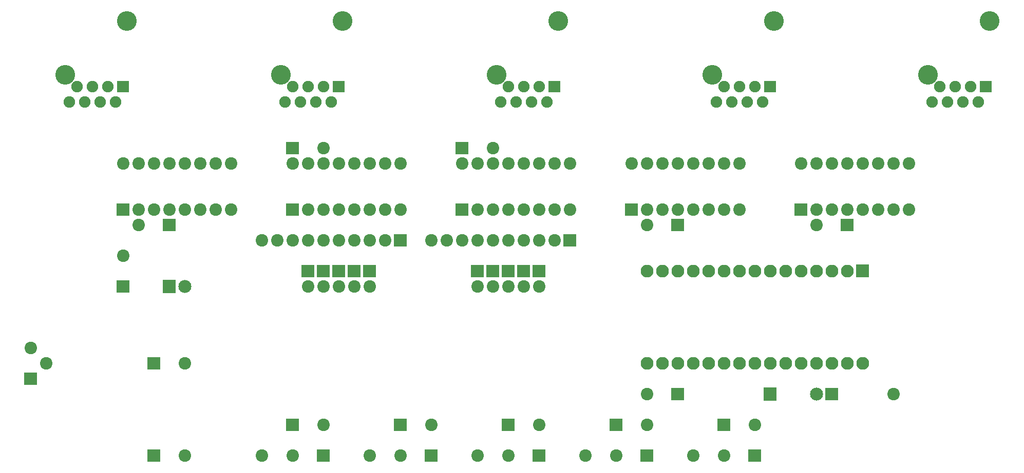
<source format=gbr>
G04 start of page 8 for group -4062 idx -4062 *
G04 Title: controller, soldermask *
G04 Creator: pcb 20140316 *
G04 CreationDate: Tue 02 Feb 2016 08:14:24 PM GMT UTC *
G04 For: veox *
G04 Format: Gerber/RS-274X *
G04 PCB-Dimensions (mil): 6700.00 3100.00 *
G04 PCB-Coordinate-Origin: lower left *
%MOIN*%
%FSLAX25Y25*%
%LNBOTTOMMASK*%
%ADD60C,0.0847*%
%ADD59C,0.0830*%
%ADD58C,0.1280*%
%ADD57C,0.0750*%
%ADD56C,0.0001*%
%ADD55C,0.0810*%
G54D55*X300000Y180000D03*
X310000D03*
X320000D03*
X330000D03*
X340000D03*
X350000D03*
X360000D03*
X310000Y210000D03*
X300000D03*
G54D56*G36*
X425950Y174050D02*Y165950D01*
X434050D01*
Y174050D01*
X425950D01*
G37*
G54D55*X410000Y170000D03*
G54D56*G36*
X395950Y184050D02*Y175950D01*
X404050D01*
Y184050D01*
X395950D01*
G37*
G54D55*X410000Y180000D03*
X420000D03*
X430000D03*
X440000D03*
X450000D03*
X460000D03*
X470000D03*
Y210000D03*
X460000D03*
X450000D03*
X440000D03*
X430000D03*
X420000D03*
X410000D03*
X360000D03*
X350000D03*
X340000D03*
X330000D03*
X320000D03*
X310000Y220000D03*
G54D56*G36*
X346250Y263750D02*Y256250D01*
X353750D01*
Y263750D01*
X346250D01*
G37*
G54D57*X345000Y250000D03*
X340000Y260000D03*
X335000Y250000D03*
X330000Y260000D03*
G54D58*X352500Y302500D03*
G54D57*X325000Y250000D03*
X320000Y260000D03*
G54D58*X312500Y267500D03*
G54D57*X315000Y250000D03*
G54D55*X400000Y210000D03*
G54D56*G36*
X486250Y263750D02*Y256250D01*
X493750D01*
Y263750D01*
X486250D01*
G37*
G54D57*X485000Y250000D03*
X480000Y260000D03*
X475000Y250000D03*
G54D58*X492500Y302500D03*
G54D57*X470000Y260000D03*
X465000Y250000D03*
X460000Y260000D03*
G54D58*X452500Y267500D03*
G54D57*X455000Y250000D03*
G54D55*X210000Y180000D03*
X220000D03*
X230000D03*
X240000D03*
X250000Y210000D03*
X240000D03*
G54D56*G36*
X285950Y224050D02*Y215950D01*
X294050D01*
Y224050D01*
X285950D01*
G37*
G36*
X175950D02*Y215950D01*
X184050D01*
Y224050D01*
X175950D01*
G37*
G54D55*X200000Y220000D03*
G54D56*G36*
X175950Y184050D02*Y175950D01*
X184050D01*
Y184050D01*
X175950D01*
G37*
G54D55*X190000Y180000D03*
X200000D03*
G54D56*G36*
X225950Y144050D02*Y135950D01*
X234050D01*
Y144050D01*
X225950D01*
G37*
G54D55*X230000Y130000D03*
G54D56*G36*
X215950Y144050D02*Y135950D01*
X224050D01*
Y144050D01*
X215950D01*
G37*
G54D55*X220000Y130000D03*
G54D56*G36*
X205950Y144050D02*Y135950D01*
X214050D01*
Y144050D01*
X205950D01*
G37*
G54D55*X210000Y130000D03*
G54D56*G36*
X185950Y144050D02*Y135950D01*
X194050D01*
Y144050D01*
X185950D01*
G37*
G54D55*X190000Y130000D03*
G54D56*G36*
X195950Y144050D02*Y135950D01*
X204050D01*
Y144050D01*
X195950D01*
G37*
G54D55*X200000Y130000D03*
X190000Y160000D03*
X180000D03*
X250000Y180000D03*
G54D56*G36*
X285950Y184050D02*Y175950D01*
X294050D01*
Y184050D01*
X285950D01*
G37*
G54D55*X290000Y210000D03*
Y160000D03*
X280000D03*
X270000D03*
G54D56*G36*
X245950Y164050D02*Y155950D01*
X254050D01*
Y164050D01*
X245950D01*
G37*
G54D55*X240000Y160000D03*
X230000D03*
X220000D03*
X210000D03*
X200000D03*
X230000Y210000D03*
X220000D03*
X210000D03*
X200000D03*
X190000D03*
X180000D03*
G54D56*G36*
X206250Y263750D02*Y256250D01*
X213750D01*
Y263750D01*
X206250D01*
G37*
G54D57*X205000Y250000D03*
X200000Y260000D03*
X195000Y250000D03*
G54D58*X212500Y302500D03*
G54D57*X190000Y260000D03*
X185000Y250000D03*
X175000D03*
X180000Y260000D03*
G54D58*X172500Y267500D03*
G54D56*G36*
X525950Y64050D02*Y55950D01*
X534050D01*
Y64050D01*
X525950D01*
G37*
G54D55*X570000Y60000D03*
G54D59*X550000Y80000D03*
G54D55*X580000Y210000D03*
X570000D03*
X560000D03*
X550000D03*
X540000D03*
X530000D03*
X520000D03*
X510000D03*
G54D56*G36*
X535950Y174050D02*Y165950D01*
X544050D01*
Y174050D01*
X535950D01*
G37*
G54D55*X540000Y180000D03*
X550000D03*
X520000D03*
X530000D03*
X560000D03*
X570000D03*
X580000D03*
G54D56*G36*
X545850Y144150D02*Y135850D01*
X554150D01*
Y144150D01*
X545850D01*
G37*
G36*
X626250Y263750D02*Y256250D01*
X633750D01*
Y263750D01*
X626250D01*
G37*
G54D57*X625000Y250000D03*
X620000Y260000D03*
X615000Y250000D03*
X610000Y260000D03*
X605000Y250000D03*
X600000Y260000D03*
X595000Y250000D03*
G54D58*X632500Y302500D03*
X592500Y267500D03*
G54D55*X520000Y170000D03*
G54D56*G36*
X505950Y184050D02*Y175950D01*
X514050D01*
Y184050D01*
X505950D01*
G37*
G54D59*X540000Y140000D03*
X530000D03*
X520000D03*
X510000D03*
X500000D03*
X490000D03*
X480000D03*
X470000D03*
G54D55*X480000Y40000D03*
G54D56*G36*
X475950Y24050D02*Y15950D01*
X484050D01*
Y24050D01*
X475950D01*
G37*
G54D55*X460000Y20000D03*
G54D56*G36*
X425950Y64050D02*Y55950D01*
X434050D01*
Y64050D01*
X425950D01*
G37*
G54D55*X410000Y60000D03*
G54D59*Y80000D03*
X420000D03*
X430000D03*
X440000D03*
X450000D03*
G54D56*G36*
X485763Y64237D02*Y55763D01*
X494237D01*
Y64237D01*
X485763D01*
G37*
G54D59*X460000Y80000D03*
X470000D03*
X480000D03*
X490000D03*
X500000D03*
X510000D03*
X520000D03*
X530000D03*
X540000D03*
G54D60*X520000Y60000D03*
G54D59*X460000Y140000D03*
X450000D03*
X440000D03*
X430000D03*
X420000D03*
G54D56*G36*
X385950Y44050D02*Y35950D01*
X394050D01*
Y44050D01*
X385950D01*
G37*
G54D55*X410000Y40000D03*
G54D56*G36*
X315950Y44050D02*Y35950D01*
X324050D01*
Y44050D01*
X315950D01*
G37*
G54D55*X340000Y40000D03*
G54D56*G36*
X455950Y44050D02*Y35950D01*
X464050D01*
Y44050D01*
X455950D01*
G37*
G36*
X335950Y24050D02*Y15950D01*
X344050D01*
Y24050D01*
X335950D01*
G37*
G36*
X405950D02*Y15950D01*
X414050D01*
Y24050D01*
X405950D01*
G37*
G54D55*X390000Y20000D03*
X370000D03*
X440000D03*
X320000D03*
X300000D03*
G54D59*X410000Y140000D03*
G54D56*G36*
X335950Y144050D02*Y135950D01*
X344050D01*
Y144050D01*
X335950D01*
G37*
G36*
X325950D02*Y135950D01*
X334050D01*
Y144050D01*
X325950D01*
G37*
G36*
X355950Y164050D02*Y155950D01*
X364050D01*
Y164050D01*
X355950D01*
G37*
G54D55*X350000Y160000D03*
X340000D03*
Y130000D03*
X330000D03*
G54D56*G36*
X305950Y144050D02*Y135950D01*
X314050D01*
Y144050D01*
X305950D01*
G37*
G36*
X315950D02*Y135950D01*
X324050D01*
Y144050D01*
X315950D01*
G37*
G54D55*X310000Y130000D03*
X300000D03*
X320000D03*
G54D56*G36*
X295950Y144050D02*Y135950D01*
X304050D01*
Y144050D01*
X295950D01*
G37*
G54D55*X330000Y160000D03*
X320000D03*
X310000D03*
X300000D03*
G54D56*G36*
X175950Y44050D02*Y35950D01*
X184050D01*
Y44050D01*
X175950D01*
G37*
G54D55*X180000Y20000D03*
X160000D03*
G54D56*G36*
X5950Y74050D02*Y65950D01*
X14050D01*
Y74050D01*
X5950D01*
G37*
G54D55*X10000Y90000D03*
X20000Y80000D03*
G54D56*G36*
X85950Y24050D02*Y15950D01*
X94050D01*
Y24050D01*
X85950D01*
G37*
G54D55*X110000Y20000D03*
G54D56*G36*
X85950Y84050D02*Y75950D01*
X94050D01*
Y84050D01*
X85950D01*
G37*
G54D55*X110000Y80000D03*
X200000Y40000D03*
G54D56*G36*
X245950Y44050D02*Y35950D01*
X254050D01*
Y44050D01*
X245950D01*
G37*
G54D55*X250000Y20000D03*
X230000D03*
X270000Y40000D03*
G54D56*G36*
X265950Y24050D02*Y15950D01*
X274050D01*
Y24050D01*
X265950D01*
G37*
G36*
X195950D02*Y15950D01*
X204050D01*
Y24050D01*
X195950D01*
G37*
G36*
X65950Y134050D02*Y125950D01*
X74050D01*
Y134050D01*
X65950D01*
G37*
G54D55*X70000Y150000D03*
G54D56*G36*
X95763Y134237D02*Y125763D01*
X104237D01*
Y134237D01*
X95763D01*
G37*
G54D60*X110000Y130000D03*
G54D55*X170000Y160000D03*
X160000D03*
G54D56*G36*
X95950Y174050D02*Y165950D01*
X104050D01*
Y174050D01*
X95950D01*
G37*
G54D55*X80000Y170000D03*
G54D56*G36*
X65950Y184050D02*Y175950D01*
X74050D01*
Y184050D01*
X65950D01*
G37*
G54D55*X80000Y180000D03*
X90000D03*
X100000D03*
X110000D03*
X120000D03*
X130000D03*
X140000D03*
Y210000D03*
X130000D03*
X120000D03*
X110000D03*
X100000D03*
X90000D03*
X80000D03*
X70000D03*
G54D56*G36*
X66250Y263750D02*Y256250D01*
X73750D01*
Y263750D01*
X66250D01*
G37*
G54D58*X72500Y302500D03*
G54D57*X65000Y250000D03*
X55000D03*
X45000D03*
X35000D03*
X60000Y260000D03*
X50000D03*
X40000D03*
G54D58*X32500Y267500D03*
M02*

</source>
